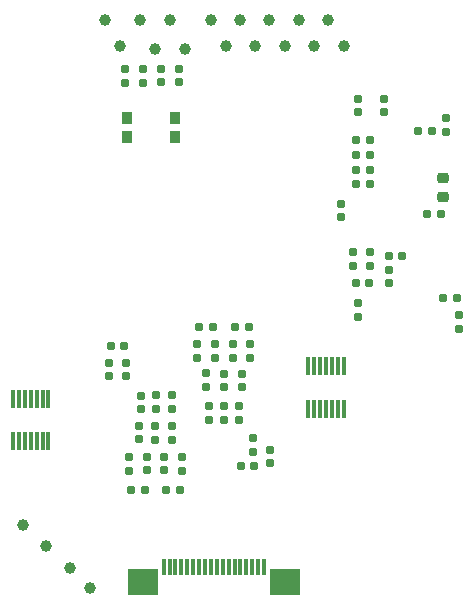
<source format=gbr>
%TF.GenerationSoftware,KiCad,Pcbnew,(7.0.0)*%
%TF.CreationDate,2023-05-27T11:20:30+01:00*%
%TF.ProjectId,left_main,6c656674-5f6d-4616-996e-2e6b69636164,rev?*%
%TF.SameCoordinates,Original*%
%TF.FileFunction,Soldermask,Top*%
%TF.FilePolarity,Negative*%
%FSLAX46Y46*%
G04 Gerber Fmt 4.6, Leading zero omitted, Abs format (unit mm)*
G04 Created by KiCad (PCBNEW (7.0.0)) date 2023-05-27 11:20:30*
%MOMM*%
%LPD*%
G01*
G04 APERTURE LIST*
G04 Aperture macros list*
%AMRoundRect*
0 Rectangle with rounded corners*
0 $1 Rounding radius*
0 $2 $3 $4 $5 $6 $7 $8 $9 X,Y pos of 4 corners*
0 Add a 4 corners polygon primitive as box body*
4,1,4,$2,$3,$4,$5,$6,$7,$8,$9,$2,$3,0*
0 Add four circle primitives for the rounded corners*
1,1,$1+$1,$2,$3*
1,1,$1+$1,$4,$5*
1,1,$1+$1,$6,$7*
1,1,$1+$1,$8,$9*
0 Add four rect primitives between the rounded corners*
20,1,$1+$1,$2,$3,$4,$5,0*
20,1,$1+$1,$4,$5,$6,$7,0*
20,1,$1+$1,$6,$7,$8,$9,0*
20,1,$1+$1,$8,$9,$2,$3,0*%
G04 Aperture macros list end*
%ADD10C,1.000000*%
%ADD11RoundRect,0.155000X-0.212500X-0.155000X0.212500X-0.155000X0.212500X0.155000X-0.212500X0.155000X0*%
%ADD12RoundRect,0.155000X0.155000X-0.212500X0.155000X0.212500X-0.155000X0.212500X-0.155000X-0.212500X0*%
%ADD13RoundRect,0.155000X-0.155000X0.212500X-0.155000X-0.212500X0.155000X-0.212500X0.155000X0.212500X0*%
%ADD14R,0.304800X1.397000*%
%ADD15R,2.641600X2.311400*%
%ADD16RoundRect,0.160000X0.160000X-0.197500X0.160000X0.197500X-0.160000X0.197500X-0.160000X-0.197500X0*%
%ADD17RoundRect,0.160000X0.197500X0.160000X-0.197500X0.160000X-0.197500X-0.160000X0.197500X-0.160000X0*%
%ADD18RoundRect,0.160000X-0.160000X0.197500X-0.160000X-0.197500X0.160000X-0.197500X0.160000X0.197500X0*%
%ADD19RoundRect,0.155000X0.212500X0.155000X-0.212500X0.155000X-0.212500X-0.155000X0.212500X-0.155000X0*%
%ADD20RoundRect,0.160000X-0.197500X-0.160000X0.197500X-0.160000X0.197500X0.160000X-0.197500X0.160000X0*%
%ADD21R,0.300000X1.600000*%
%ADD22R,0.900000X1.000000*%
%ADD23RoundRect,0.218750X-0.256250X0.218750X-0.256250X-0.218750X0.256250X-0.218750X0.256250X0.218750X0*%
G04 APERTURE END LIST*
D10*
%TO.C,J11*%
X71500000Y-32000000D03*
%TD*%
D11*
%TO.C,C16*%
X70298500Y-67564000D03*
X71433500Y-67564000D03*
%TD*%
D10*
%TO.C,J22*%
X61722000Y-29840795D03*
%TD*%
%TO.C,J5*%
X53800000Y-74400000D03*
%TD*%
D12*
%TO.C,C56*%
X62302500Y-67967500D03*
X62302500Y-66832500D03*
%TD*%
D13*
%TO.C,C5*%
X82442500Y-36507000D03*
X82442500Y-37642000D03*
%TD*%
D14*
%TO.C,J1*%
X63750000Y-76154499D03*
X64249999Y-76154499D03*
X64750000Y-76154499D03*
X65249999Y-76154499D03*
X65750001Y-76154499D03*
X66250000Y-76154499D03*
X66749999Y-76154499D03*
X67250001Y-76154499D03*
X67749999Y-76154499D03*
X68250001Y-76154499D03*
X68750000Y-76154499D03*
X69249999Y-76154499D03*
X69750001Y-76154499D03*
X70250000Y-76154499D03*
X70750001Y-76154499D03*
X71250000Y-76154499D03*
X71749999Y-76154499D03*
X72250001Y-76154499D03*
D15*
X74032499Y-77399099D03*
X61967499Y-77399099D03*
%TD*%
D11*
%TO.C,C2*%
X80063000Y-41240500D03*
X81198000Y-41240500D03*
%TD*%
D13*
%TO.C,C4*%
X80192500Y-36507000D03*
X80192500Y-37642000D03*
%TD*%
D16*
%TO.C,R4*%
X88750000Y-56000000D03*
X88750000Y-54805000D03*
%TD*%
D13*
%TO.C,C14*%
X70100000Y-62530000D03*
X70100000Y-63665000D03*
%TD*%
D16*
%TO.C,R75*%
X81200000Y-50697500D03*
X81200000Y-49502500D03*
%TD*%
D13*
%TO.C,C48*%
X63802500Y-66832500D03*
X63802500Y-67967500D03*
%TD*%
D10*
%TO.C,J3*%
X57550000Y-77950000D03*
%TD*%
%TO.C,J16*%
X79000000Y-32000000D03*
%TD*%
D17*
%TO.C,R49*%
X62147500Y-69600000D03*
X60952500Y-69600000D03*
%TD*%
D18*
%TO.C,R6*%
X67600000Y-62500000D03*
X67600000Y-63695000D03*
%TD*%
D12*
%TO.C,C12*%
X67352500Y-60867500D03*
X67352500Y-59732500D03*
%TD*%
D13*
%TO.C,C15*%
X72750000Y-66234500D03*
X72750000Y-67369500D03*
%TD*%
D10*
%TO.C,J7*%
X58801000Y-29845000D03*
%TD*%
D16*
%TO.C,R44*%
X64452500Y-62797500D03*
X64452500Y-61602500D03*
%TD*%
D10*
%TO.C,J14*%
X72705627Y-29840795D03*
%TD*%
D13*
%TO.C,C49*%
X64452500Y-64232500D03*
X64452500Y-65367500D03*
%TD*%
D12*
%TO.C,C1*%
X78800000Y-46535000D03*
X78800000Y-45400000D03*
%TD*%
D13*
%TO.C,C54*%
X60550000Y-58832500D03*
X60550000Y-59967500D03*
%TD*%
D19*
%TO.C,C47*%
X60405165Y-57400000D03*
X59270165Y-57400000D03*
%TD*%
D17*
%TO.C,R5*%
X81228000Y-43740500D03*
X80033000Y-43740500D03*
%TD*%
D16*
%TO.C,R42*%
X63100000Y-62797500D03*
X63100000Y-61602500D03*
%TD*%
D12*
%TO.C,C9*%
X68100000Y-58417500D03*
X68100000Y-57282500D03*
%TD*%
D10*
%TO.C,J13*%
X74000000Y-32000000D03*
%TD*%
D20*
%TO.C,R1*%
X86033000Y-46240500D03*
X87228000Y-46240500D03*
%TD*%
D10*
%TO.C,J8*%
X60071000Y-32004000D03*
%TD*%
D21*
%TO.C,J24*%
X53999999Y-61899999D03*
X53499999Y-61899999D03*
X52999999Y-61899999D03*
X52499999Y-61899999D03*
X51999999Y-61899999D03*
X51499999Y-61899999D03*
X50999999Y-61899999D03*
X53999999Y-65499999D03*
X53499999Y-65499999D03*
X52999999Y-65499999D03*
X52499999Y-65499999D03*
X51999999Y-65499999D03*
X51499999Y-65499999D03*
X50999999Y-65499999D03*
%TD*%
D16*
%TO.C,R74*%
X79800000Y-50697500D03*
X79800000Y-49502500D03*
%TD*%
D10*
%TO.C,J10*%
X67729627Y-29840795D03*
%TD*%
D11*
%TO.C,C6*%
X87432500Y-53402500D03*
X88567500Y-53402500D03*
%TD*%
D17*
%TO.C,R47*%
X65147500Y-69600000D03*
X63952500Y-69600000D03*
%TD*%
D19*
%TO.C,C77*%
X81198000Y-39990500D03*
X80063000Y-39990500D03*
%TD*%
D13*
%TO.C,C13*%
X70352500Y-59765000D03*
X70352500Y-60900000D03*
%TD*%
%TO.C,C10*%
X69600000Y-57282500D03*
X69600000Y-58417500D03*
%TD*%
D10*
%TO.C,J6*%
X51800000Y-72600000D03*
%TD*%
D18*
%TO.C,R72*%
X61976000Y-33946500D03*
X61976000Y-35141500D03*
%TD*%
D21*
%TO.C,J23*%
X75999999Y-62749999D03*
X76499999Y-62749999D03*
X76999999Y-62749999D03*
X77499999Y-62749999D03*
X77999999Y-62749999D03*
X78499999Y-62749999D03*
X78999999Y-62749999D03*
X75999999Y-59149999D03*
X76499999Y-59149999D03*
X76999999Y-59149999D03*
X77499999Y-59149999D03*
X77999999Y-59149999D03*
X78499999Y-59149999D03*
X78999999Y-59149999D03*
%TD*%
D18*
%TO.C,R2*%
X87630500Y-38143000D03*
X87630500Y-39338000D03*
%TD*%
D10*
%TO.C,J12*%
X70205627Y-29840795D03*
%TD*%
D16*
%TO.C,R7*%
X68850000Y-63695000D03*
X68850000Y-62500000D03*
%TD*%
D10*
%TO.C,J20*%
X62992000Y-32258000D03*
%TD*%
D18*
%TO.C,R73*%
X60452000Y-33946500D03*
X60452000Y-35141500D03*
%TD*%
D16*
%TO.C,R43*%
X65302500Y-67997500D03*
X65302500Y-66802500D03*
%TD*%
D19*
%TO.C,C75*%
X81167500Y-52100000D03*
X80032500Y-52100000D03*
%TD*%
D13*
%TO.C,C78*%
X63500000Y-33976500D03*
X63500000Y-35111500D03*
%TD*%
%TO.C,C79*%
X65083500Y-33976500D03*
X65083500Y-35111500D03*
%TD*%
D12*
%TO.C,C58*%
X59150000Y-59967500D03*
X59150000Y-58832500D03*
%TD*%
D10*
%TO.C,J15*%
X75205627Y-29840795D03*
%TD*%
%TO.C,J21*%
X64262000Y-29840795D03*
%TD*%
%TO.C,J9*%
X69000000Y-32000000D03*
%TD*%
D22*
%TO.C,SW2*%
X64749999Y-39699999D03*
X60649999Y-39699999D03*
X64749999Y-38099999D03*
X60649999Y-38099999D03*
%TD*%
D12*
%TO.C,C52*%
X61652500Y-65335000D03*
X61652500Y-64200000D03*
%TD*%
%TO.C,C76*%
X80200000Y-54967500D03*
X80200000Y-53832500D03*
%TD*%
D20*
%TO.C,R8*%
X66752500Y-55800000D03*
X67947500Y-55800000D03*
%TD*%
D10*
%TO.C,J17*%
X76500000Y-32000000D03*
%TD*%
D13*
%TO.C,C11*%
X68850000Y-59782500D03*
X68850000Y-60917500D03*
%TD*%
D18*
%TO.C,R10*%
X71100000Y-57252500D03*
X71100000Y-58447500D03*
%TD*%
D10*
%TO.C,J4*%
X55800000Y-76200000D03*
%TD*%
D16*
%TO.C,R53*%
X60802500Y-67997500D03*
X60802500Y-66802500D03*
%TD*%
D12*
%TO.C,C7*%
X82800000Y-52129500D03*
X82800000Y-50994500D03*
%TD*%
D18*
%TO.C,R11*%
X66600000Y-57252500D03*
X66600000Y-58447500D03*
%TD*%
D17*
%TO.C,R3*%
X86478000Y-39240500D03*
X85283000Y-39240500D03*
%TD*%
D20*
%TO.C,R9*%
X69752500Y-55800000D03*
X70947500Y-55800000D03*
%TD*%
D23*
%TO.C,D1*%
X87380500Y-43203000D03*
X87380500Y-44778000D03*
%TD*%
D10*
%TO.C,J19*%
X65532000Y-32258000D03*
%TD*%
D12*
%TO.C,C17*%
X71347500Y-66367500D03*
X71347500Y-65232500D03*
%TD*%
D10*
%TO.C,J18*%
X77705627Y-29840795D03*
%TD*%
D11*
%TO.C,C3*%
X80063000Y-42490500D03*
X81198000Y-42490500D03*
%TD*%
D12*
%TO.C,C50*%
X63052500Y-65367500D03*
X63052500Y-64232500D03*
%TD*%
D13*
%TO.C,C43*%
X61850000Y-61632500D03*
X61850000Y-62767500D03*
%TD*%
D11*
%TO.C,C8*%
X82832500Y-49784000D03*
X83967500Y-49784000D03*
%TD*%
M02*

</source>
